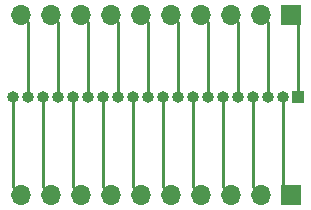
<source format=gbr>
G04 #@! TF.GenerationSoftware,KiCad,Pcbnew,(5.1.4)-1*
G04 #@! TF.CreationDate,2022-03-07T10:14:24+01:00*
G04 #@! TF.ProjectId,UP1-Breadboardadapter,5550312d-4272-4656-9164-626f61726461,V00.01*
G04 #@! TF.SameCoordinates,Original*
G04 #@! TF.FileFunction,Copper,L2,Bot*
G04 #@! TF.FilePolarity,Positive*
%FSLAX46Y46*%
G04 Gerber Fmt 4.6, Leading zero omitted, Abs format (unit mm)*
G04 Created by KiCad (PCBNEW (5.1.4)-1) date 2022-03-07 10:14:24*
%MOMM*%
%LPD*%
G04 APERTURE LIST*
%ADD10O,1.000000X1.000000*%
%ADD11R,1.000000X1.000000*%
%ADD12O,1.700000X1.700000*%
%ADD13R,1.700000X1.700000*%
%ADD14C,0.250000*%
G04 APERTURE END LIST*
D10*
X76200000Y-102235000D03*
X77470000Y-102235000D03*
X78740000Y-102235000D03*
X80010000Y-102235000D03*
X81280000Y-102235000D03*
X82550000Y-102235000D03*
X83820000Y-102235000D03*
X85090000Y-102235000D03*
X86360000Y-102235000D03*
X87630000Y-102235000D03*
X88900000Y-102235000D03*
X90170000Y-102235000D03*
X91440000Y-102235000D03*
X92710000Y-102235000D03*
X93980000Y-102235000D03*
X95250000Y-102235000D03*
X96520000Y-102235000D03*
X97790000Y-102235000D03*
X99060000Y-102235000D03*
D11*
X100330000Y-102235000D03*
D12*
X76835000Y-110490000D03*
X79375000Y-110490000D03*
X81915000Y-110490000D03*
X84455000Y-110490000D03*
X86995000Y-110490000D03*
X89535000Y-110490000D03*
X92075000Y-110490000D03*
X94615000Y-110490000D03*
X97155000Y-110490000D03*
D13*
X99695000Y-110490000D03*
D12*
X76835000Y-95250000D03*
X79375000Y-95250000D03*
X81915000Y-95250000D03*
X84455000Y-95250000D03*
X86995000Y-95250000D03*
X89535000Y-95250000D03*
X92075000Y-95250000D03*
X94615000Y-95250000D03*
X97155000Y-95250000D03*
D13*
X99695000Y-95250000D03*
D14*
X93980000Y-109855000D02*
X94615000Y-110490000D01*
X93980000Y-102235000D02*
X93980000Y-109855000D01*
X96520000Y-109855000D02*
X97155000Y-110490000D01*
X96520000Y-102235000D02*
X96520000Y-109855000D01*
X77470000Y-95885000D02*
X76835000Y-95250000D01*
X77470000Y-102235000D02*
X77470000Y-95885000D01*
X80010000Y-95885000D02*
X79375000Y-95250000D01*
X80010000Y-99695000D02*
X80010000Y-95885000D01*
X80010000Y-99695000D02*
X80010000Y-102235000D01*
X82550000Y-95885000D02*
X81915000Y-95250000D01*
X82550000Y-99695000D02*
X82550000Y-95885000D01*
X82550000Y-99695000D02*
X82550000Y-102235000D01*
X85090000Y-95885000D02*
X84455000Y-95250000D01*
X85090000Y-99695000D02*
X85090000Y-95885000D01*
X85090000Y-99695000D02*
X85090000Y-102235000D01*
X87630000Y-95885000D02*
X86995000Y-95250000D01*
X87630000Y-99695000D02*
X87630000Y-95885000D01*
X87630000Y-99695000D02*
X87630000Y-102235000D01*
X90170000Y-95885000D02*
X89535000Y-95250000D01*
X90170000Y-99695000D02*
X90170000Y-95885000D01*
X90170000Y-99695000D02*
X90170000Y-102235000D01*
X92710000Y-95885000D02*
X92075000Y-95250000D01*
X92710000Y-99695000D02*
X92710000Y-95885000D01*
X92710000Y-99695000D02*
X92710000Y-102235000D01*
X95250000Y-95885000D02*
X94615000Y-95250000D01*
X95250000Y-99695000D02*
X95250000Y-95885000D01*
X95250000Y-99695000D02*
X95250000Y-102235000D01*
X97790000Y-95885000D02*
X97155000Y-95250000D01*
X97790000Y-99695000D02*
X97790000Y-95885000D01*
X97790000Y-99695000D02*
X97790000Y-102235000D01*
X100330000Y-95885000D02*
X99695000Y-95250000D01*
X100330000Y-99695000D02*
X100330000Y-95885000D01*
X100330000Y-99695000D02*
X100330000Y-102235000D01*
X76200000Y-109855000D02*
X76835000Y-110490000D01*
X76200000Y-102235000D02*
X76200000Y-109855000D01*
X78740000Y-109855000D02*
X79375000Y-110490000D01*
X78740000Y-102235000D02*
X78740000Y-109855000D01*
X81280000Y-109855000D02*
X81915000Y-110490000D01*
X81280000Y-102235000D02*
X81280000Y-109855000D01*
X83820000Y-109855000D02*
X84455000Y-110490000D01*
X83820000Y-102235000D02*
X83820000Y-109855000D01*
X86360000Y-109855000D02*
X86995000Y-110490000D01*
X86360000Y-102235000D02*
X86360000Y-109855000D01*
X88900000Y-109855000D02*
X89535000Y-110490000D01*
X88900000Y-102235000D02*
X88900000Y-109855000D01*
X91440000Y-109855000D02*
X92075000Y-110490000D01*
X91440000Y-102235000D02*
X91440000Y-109855000D01*
X99060000Y-109855000D02*
X99695000Y-110490000D01*
X99060000Y-102235000D02*
X99060000Y-109855000D01*
M02*

</source>
